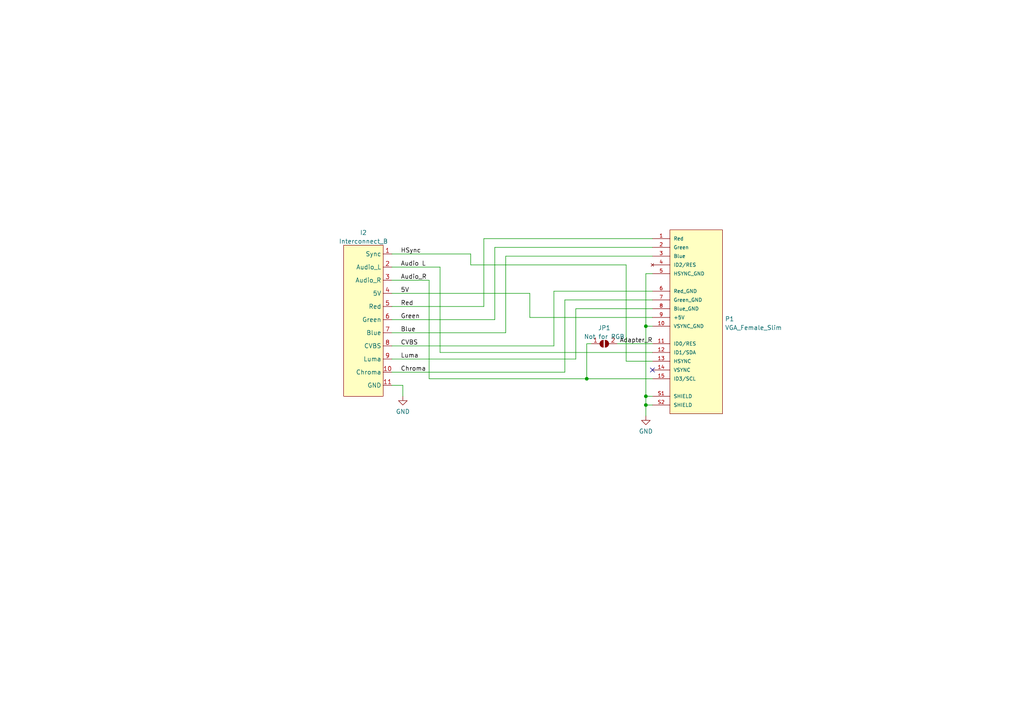
<source format=kicad_sch>
(kicad_sch (version 20211123) (generator eeschema)
  (paper "A4")
  (title_block (title "10DIN2VGA VGA Board") (date "2023-01-05") (rev "1.0") (company "Jeff Chen"))
  (lib_symbols
    (symbol "10DIN2VGA:Interconnect_B"
      (property "Reference" "I" (at 5.715 1.27 0))
      (property "Value" "Interconnect_B" (at 5.715 3.81 0))
      (symbol "Interconnect_B_0_1"
        (rectangle (start 0 0) (end 11.43 -43.815) (stroke (width 0.1524)) (fill (type background)))
      )
      (symbol "Interconnect_B_1_1"
        (pin input line (at 13.97 -2.54 180) (length 2.54) (name "Sync") (number "1"))
        (pin input line (at 13.97 -36.83 180) (length 2.54) (name "Chroma") (number "10"))
        (pin input line (at 13.97 -40.64 180) (length 2.54) (name "GND") (number "11"))
        (pin input line (at 13.97 -6.35 180) (length 2.54) (name "Audio_L") (number "2"))
        (pin input line (at 13.97 -10.16 180) (length 2.54) (name "Audio_R") (number "3"))
        (pin input line (at 13.97 -13.97 180) (length 2.54) (name "5V") (number "4"))
        (pin input line (at 13.97 -17.78 180) (length 2.54) (name "Red") (number "5"))
        (pin input line (at 13.97 -21.59 180) (length 2.54) (name "Green") (number "6"))
        (pin input line (at 13.97 -25.4 180) (length 2.54) (name "Blue") (number "7"))
        (pin input line (at 13.97 -29.21 180) (length 2.54) (name "CVBS") (number "8"))
        (pin input line (at 13.97 -33.02 180) (length 2.54) (name "Luma") (number "9"))
      )
    )
    (symbol "10DIN2VGA:VGA_Female_Slim" (pin_names (offset 1.016))
      (property "Reference" "P" (at -7.62 26.67 0))
      (property "Value" "VGA_Female_Slim" (at -8.89 -31.75 0))
      (symbol "VGA_Female_Slim_0_0"
        (rectangle (start -7.62 -27.94) (end 7.62 25.4) (stroke (width 0.1524)) (fill (type background)))
        (pin passive line (at -12.7 22.86 0) (length 5.08) (name "Red") (number "1"))
        (pin passive line (at -12.7 -2.54 0) (length 5.08) (name "VSYNC_GND") (number "10"))
        (pin passive line (at -12.7 -7.62 0) (length 5.08) (name "ID0/RES") (number "11"))
        (pin passive line (at -12.7 -10.16 0) (length 5.08) (name "ID1/SDA") (number "12"))
        (pin passive line (at -12.7 -12.7 0) (length 5.08) (name "HSYNC") (number "13"))
        (pin passive line (at -12.7 -15.24 0) (length 5.08) (name "VSYNC") (number "14"))
        (pin passive line (at -12.7 -17.78 0) (length 5.08) (name "ID3/SCL") (number "15"))
        (pin passive line (at -12.7 20.32 0) (length 5.08) (name "Green") (number "2"))
        (pin passive line (at -12.7 17.78 0) (length 5.08) (name "Blue") (number "3"))
        (pin no_connect line (at -12.7 15.24 0) (length 5.08) (name "ID2/RES") (number "4"))
        (pin passive line (at -12.7 12.7 0) (length 5.08) (name "HSYNC_GND") (number "5"))
        (pin passive line (at -12.7 7.62 0) (length 5.08) (name "Red_GND") (number "6"))
        (pin passive line (at -12.7 5.08 0) (length 5.08) (name "Green_GND") (number "7"))
        (pin passive line (at -12.7 2.54 0) (length 5.08) (name "Blue_GND") (number "8"))
        (pin passive line (at -12.7 0 0) (length 5.08) (name "+5V") (number "9"))
        (pin passive line (at -12.7 -22.86 0) (length 5.08) (name "SHIELD") (number "S1"))
        (pin passive line (at -12.7 -25.4 0) (length 5.08) (name "SHIELD") (number "S2"))
      )
    )
    (symbol "Jumper:SolderJumper_2_Open" (pin_names (offset 0) hide)
      (property "Reference" "JP" (at 0 2.032 0))
      (property "Value" "SolderJumper_2_Open" (at 0 -2.54 0))
      (symbol "SolderJumper_2_Open_0_1"
        (arc (start -0.254 1.016) (mid -1.27 0) (end -0.254 -1.016))
        (arc (start -0.254 1.016) (mid -1.27 0) (end -0.254 -1.016) (fill (type outline)))
        (polyline (pts (xy -0.254 1.016) (xy -0.254 -1.016)))
        (polyline (pts (xy 0.254 1.016) (xy 0.254 -1.016)))
        (arc (start 0.254 -1.016) (mid 1.27 0) (end 0.254 1.016))
        (arc (start 0.254 -1.016) (mid 1.27 0) (end 0.254 1.016) (fill (type outline)))
      )
      (symbol "SolderJumper_2_Open_1_1"
        (pin passive line (at -3.81 0 0) (length 2.54) (name "A") (number "1"))
        (pin passive line (at 3.81 0 180) (length 2.54) (name "B") (number "2"))
      )
    )
    (symbol "power:GND" (power) (pin_names (offset 0))
      (property "Value" "GND" (at 0 -3.81 0))
      (symbol "GND_0_1"
        (polyline (pts (xy 0 0) (xy 0 -1.27) (xy 1.27 -1.27) (xy 0 -2.54) (xy -1.27 -1.27) (xy 0 -1.27)))
      )
      (symbol "GND_1_1"
        (pin power_in line (at 0 0 270) (length 0) hide (name "GND") (number "1"))
      )
    )
  )
  (junction (at 187.325 117.475))
  (junction (at 187.325 94.615))
  (junction (at 170.18 109.855))
  (junction (at 187.325 114.935))
  (no_connect (at 189.23 107.315))
  (wire (pts (xy 167.005 104.14) (xy 167.005 89.535)))
  (wire (pts (xy 170.18 109.855) (xy 189.23 109.855)))
  (wire (pts (xy 113.665 77.47) (xy 127.635 77.47)))
  (wire (pts (xy 160.655 100.33) (xy 160.655 84.455)))
  (wire (pts (xy 140.335 88.9) (xy 140.335 69.215)))
  (wire (pts (xy 124.46 81.28) (xy 124.46 109.855)))
  (wire (pts (xy 113.665 100.33) (xy 160.655 100.33)))
  (wire (pts (xy 163.83 107.95) (xy 163.83 86.995)))
  (wire (pts (xy 113.665 92.71) (xy 143.51 92.71)))
  (wire (pts (xy 146.685 96.52) (xy 146.685 74.295)))
  (wire (pts (xy 136.525 73.66) (xy 113.665 73.66)))
  (wire (pts (xy 143.51 92.71) (xy 143.51 71.755)))
  (wire (pts (xy 167.005 89.535) (xy 189.23 89.535)))
  (wire (pts (xy 187.325 114.935) (xy 187.325 117.475)))
  (wire (pts (xy 187.325 117.475) (xy 187.325 120.65)))
  (wire (pts (xy 189.23 114.935) (xy 187.325 114.935)))
  (wire (pts (xy 113.665 111.76) (xy 116.84 111.76)))
  (wire (pts (xy 187.325 94.615) (xy 189.23 94.615)))
  (wire (pts (xy 127.635 77.47) (xy 127.635 102.235)))
  (wire (pts (xy 113.665 96.52) (xy 146.685 96.52)))
  (wire (pts (xy 189.23 79.375) (xy 187.325 79.375)))
  (wire (pts (xy 170.18 99.695) (xy 170.18 109.855)))
  (wire (pts (xy 124.46 109.855) (xy 170.18 109.855)))
  (wire (pts (xy 113.665 88.9) (xy 140.335 88.9)))
  (wire (pts (xy 127.635 102.235) (xy 189.23 102.235)))
  (wire (pts (xy 113.665 85.09) (xy 153.67 85.09)))
  (wire (pts (xy 153.67 85.09) (xy 153.67 92.075)))
  (wire (pts (xy 143.51 71.755) (xy 189.23 71.755)))
  (wire (pts (xy 136.525 76.835) (xy 136.525 73.66)))
  (wire (pts (xy 179.07 99.695) (xy 189.23 99.695)))
  (wire (pts (xy 140.335 69.215) (xy 189.23 69.215)))
  (wire (pts (xy 153.67 92.075) (xy 189.23 92.075)))
  (wire (pts (xy 187.325 117.475) (xy 189.23 117.475)))
  (wire (pts (xy 187.325 94.615) (xy 187.325 114.935)))
  (wire (pts (xy 113.665 107.95) (xy 163.83 107.95)))
  (wire (pts (xy 116.84 111.76) (xy 116.84 114.935)))
  (wire (pts (xy 171.45 99.695) (xy 170.18 99.695)))
  (wire (pts (xy 146.685 74.295) (xy 189.23 74.295)))
  (wire (pts (xy 181.61 76.835) (xy 136.525 76.835)))
  (wire (pts (xy 160.655 84.455) (xy 189.23 84.455)))
  (wire (pts (xy 163.83 86.995) (xy 189.23 86.995)))
  (wire (pts (xy 187.325 79.375) (xy 187.325 94.615)))
  (wire (pts (xy 113.665 81.28) (xy 124.46 81.28)))
  (wire (pts (xy 181.61 104.775) (xy 189.23 104.775)))
  (wire (pts (xy 181.61 76.835) (xy 181.61 104.775)))
  (wire (pts (xy 113.665 104.14) (xy 167.005 104.14)))
  (label "5V" (at 116.205 85.09 0))
  (label "Luma" (at 116.205 104.14 0))
  (label "HSync" (at 116.205 73.66 0))
  (label "Chroma" (at 116.205 107.95 0))
  (label "Audio_R" (at 116.205 81.28 0))
  (label "Red" (at 116.205 88.9 0))
  (label "Adapter_R" (at 179.705 99.695 0))
  (label "Audio L" (at 116.205 77.47 0))
  (label "Green" (at 116.205 92.71 0))
  (label "CVBS" (at 116.205 100.33 0))
  (label "Blue" (at 116.205 96.52 0))
  (symbol (lib_id "10DIN2VGA:Interconnect_B") (at 99.695 71.12 0) (unit 1)
    (property "Reference" "I2" (at 105.41 67.471 0))
    (property "Value" "Interconnect_B" (at 105.41 70.0079 0))
    (property "Footprint" "10DIN2VGA:Interconnect_B" (effects hide))
  )
  (symbol (lib_id "Jumper:SolderJumper_2_Open") (at 175.26 99.695 0) (unit 1)
    (property "Reference" "JP1" (at 175.26 95.1062 0))
    (property "Value" "Not for RGB" (at 175.26 97.6431 0))
    (property "Footprint" "Jumper:SolderJumper-2_P1.3mm_Open_RoundedPad1.0x1.5mm" (effects hide))
  )
  (symbol (lib_id "power:GND") (at 187.325 120.65 0) (unit 1)
    (property "Reference" "#PWR0101" (effects hide))
    (property "Value" "GND" (at 187.325 125.0934 0))
  )
  (symbol (lib_id "10DIN2VGA:VGA_Female_Slim") (at 201.93 92.075 0) (unit 1)
    (property "Reference" "P1" (at 210.2612 92.5103 0) (effects (justify left)))
    (property "Value" "VGA_Female_Slim" (at 210.2612 95.0472 0) (effects (justify left)))
    (property "Footprint" "10DIN2VGA:VGA_female_rightangle_slim" (effects hide))
    (property "MANUFACTURER" "Amphenol" (effects hide))
    (property "MAXIMUM_PACKAGE_HEIGHT" "12.55mm" (effects hide))
    (property "STANDARD" "Manufacturer Recommendations" (effects hide))
    (property "PARTREV" "N/A" (effects hide))
  )
  (symbol (lib_id "power:GND") (at 116.84 114.935 0) (unit 1)
    (property "Reference" "#PWR0102" (effects hide))
    (property "Value" "GND" (at 116.84 119.3784 0))
  )
)
</source>
